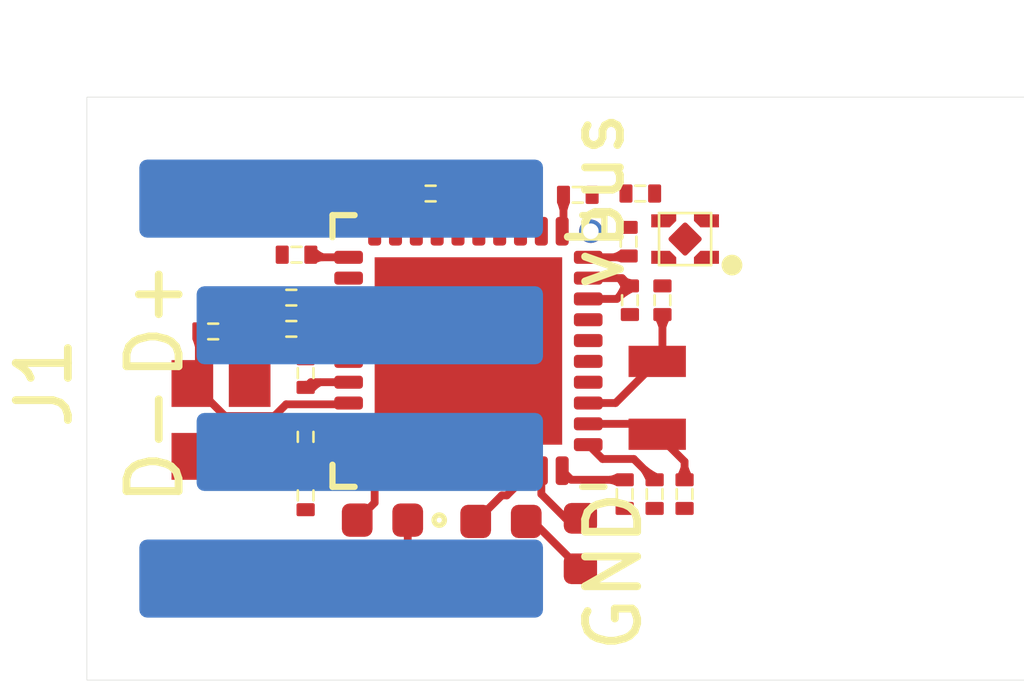
<source format=kicad_pcb>
(kicad_pcb (version 20240108) (generator "pcbnew") (generator_version "8.0")
  (layers (0 "F.Cu" signal) (1 "In1.Cu" signal) (2 "In2.Cu" signal) (31 "B.Cu" signal) (34 "B.Paste" user) (35 "F.Paste" user) (36 "B.SilkS" user "B.Silkscreen") (37 "F.SilkS" user "F.Silkscreen") (38 "B.Mask" user) (39 "F.Mask" user) (44 "Edge.Cuts" user))
  (net 0 "")
  (net 1 "GND")
  (net 2 "VDD_nRF")
  (net 3 "Net-(U1-P0.00{slash}XL1)")
  (net 4 "Net-(U1-P0.01{slash}XL2)")
  (net 5 "Net-(U1-DEC1)")
  (net 6 "VBUS")
  (net 7 "Net-(U1-DECUSB)")
  (net 8 "Net-(U1-DEC4)")
  (net 9 "Net-(U1-DEC5)")
  (net 10 "Net-(U1-ANT)")
  (net 11 "Net-(U1-XC2)")
  (net 12 "Net-(U1-XC1)")
  (net 13 "Net-(U1-DEC3)")
  (net 14 "Net-(D1-K)")
  (net 15 "BLUE_LED")
  (net 16 "D-")
  (net 17 "D+")
  (net 18 "Net-(L1-Pad1)")
  (net 19 "Net-(U1-DCC)")
  (net 21 "P0.31")
  (net 22 "swc")
  (net 24 "P0.20")
  (net 25 "swd")
  (net 27 "P0.30")
  (net 28 "RESET")
  (net 31 "DIR")
  (net 32 "P0.17")
  (net 33 "P0.28")
  (net 34 "P0.15")
  (net 35 "P0.29")
  (net 36 "ASOUT")
  (footprint "Library:TDFN-4" (layer "F.Cu") (at 178.485 84.726989)
    (property "Reference" "U2" (hide yes))
    (property "Value" "MIC5504")
    (fp_line (start -0.5 -0.5) (end 0.5 -0.5) (stroke (width 0.05)) (layer "F.SilkS"))
    (fp_line (start -0.499999 0.500001) (end -0.5 -0.5) (stroke (width 0.05)) (layer "F.SilkS"))
    (fp_line (start 0.5 -0.5) (end 0.5 0.5) (stroke (width 0.05)) (layer "F.SilkS"))
    (fp_line (start 0.5 0.5) (end -0.499999 0.500001) (stroke (width 0.05)) (layer "F.SilkS"))
    (fp_circle (center 0.9 0.499999) (end 1 0.5) (stroke (width 0.2)) (fill none) (layer "F.SilkS"))
    (pad "1" smd roundrect (at 0.41 0.349999 90) (size 0.249999 0.48) (layers "F.Cu" "F.Paste" "F.Mask") (roundrect_rratio 0) (chamfer_ratio 0.5) (chamfer top_right) (net 2 "VDD_nRF"))
    (pad "2" smd roundrect (at 0.41 -0.35 90) (size 0.25 0.48) (layers "F.Cu" "F.Paste" "F.Mask") (roundrect_rratio 0) (chamfer_ratio 0.5) (chamfer top_left) (net 1 "GND"))
    (pad "3" smd roundrect (at -0.41 -0.35 90) (size 0.25 0.48) (layers "F.Cu" "F.Paste" "F.Mask") (roundrect_rratio 0) (chamfer_ratio 0.5) (chamfer bottom_left) (net 6 "VBUS"))
    (pad "4" smd roundrect (at -0.41 0.35 90) (size 0.249999 0.48) (layers "F.Cu" "F.Paste" "F.Mask") (roundrect_rratio 0) (chamfer_ratio 0.5) (chamfer bottom_right) (net 6 "VBUS"))
    (pad "5" smd roundrect (at 0 0 135) (size 0.48 0.48) (layers "F.Cu" "F.Paste" "F.Mask") (roundrect_rratio 0.1058333333) (net 1 "GND"))
  )
  (footprint "Library:Capacitor-0201" (layer "F.Cu") (at 170.925 86.451989 180)
    (property "Reference" "C10" (hide yes))
    (property "Value" "47nF")
    (fp_line (start -0.095 0.15) (end 0.095 0.15) (stroke (width 0.05)) (layer "F.SilkS"))
    (fp_line (start -0.095 -0.15) (end 0.095 -0.15) (stroke (width 0.05)) (layer "F.SilkS"))
    (pad "1" smd roundrect (at -0.274999 0 270) (size 0.35 0.25) (layers "F.Cu" "F.Paste" "F.Mask") (roundrect_rratio 0.1312335958) (net 8 "Net-(U1-DEC4)"))
    (pad "2" smd roundrect (at 0.274999 0 270) (size 0.35 0.25) (layers "F.Cu" "F.Paste" "F.Mask") (roundrect_rratio 0.1312335958) (net 1 "GND"))
  )
  (footprint "LED_SMD:LED_0402_1005Metric" (layer "F.Cu") (at 172.675 90.126989 180)
    (property "Reference" "D1" (hide yes))
    (property "Value" "BLUE")
    (fp_circle (center -1.089999 0) (end -1.04 0) (stroke (width 0.1)) (fill none) (layer "F.SilkS"))
    (pad "1" smd roundrect (at -0.485 0 180) (size 0.59 0.64) (layers "F.Cu" "F.Paste" "F.Mask") (net 14 "Net-(D1-K)"))
    (pad "2" smd roundrect (at 0.485 0 180) (size 0.59 0.64) (layers "F.Cu" "F.Paste" "F.Mask") (net 15 "BLUE_LED"))
  )
  (footprint "Library:Capacitor-0201" (layer "F.Cu") (at 171.2 87.301989 -90)
    (property "Reference" "C17" (hide yes))
    (property "Value" "100pF")
    (fp_line (start -0.095 0.15) (end 0.095 0.15) (stroke (width 0.05)) (layer "F.SilkS"))
    (fp_line (start -0.095 -0.15) (end 0.095 -0.15) (stroke (width 0.05)) (layer "F.SilkS"))
    (pad "1" smd roundrect (at -0.274999 0) (size 0.35 0.25) (layers "F.Cu" "F.Paste" "F.Mask") (roundrect_rratio 0.1312335958) (net 1 "GND"))
    (pad "2" smd roundrect (at 0.274999 0) (size 0.35 0.25) (layers "F.Cu" "F.Paste" "F.Mask") (roundrect_rratio 0.1312335958) (net 13 "Net-(U1-DEC3)"))
  )
  (footprint "Library:Capacitor-0201" (layer "F.Cu") (at 177.624999 83.851989)
    (property "Reference" "C8" (hide yes))
    (property "Value" "1uF")
    (fp_line (start -0.095 -0.15) (end 0.095 -0.15) (stroke (width 0.05)) (layer "F.SilkS"))
    (fp_line (start -0.095 0.15) (end 0.095 0.15) (stroke (width 0.05)) (layer "F.SilkS"))
    (pad "1" smd roundrect (at -0.274999 0 90) (size 0.35 0.25) (layers "F.Cu" "F.Paste" "F.Mask") (roundrect_rratio 0.1312335958) (net 6 "VBUS"))
    (pad "2" smd roundrect (at 0.274999 0 90) (size 0.35 0.25) (layers "F.Cu" "F.Paste" "F.Mask") (roundrect_rratio 0.1312335958) (net 1 "GND"))
  )
  (footprint "Inductor_SMD:L_0402_1005Metric" (layer "F.Cu") (at 176.475 90.576989 90)
    (property "Reference" "L1" (hide yes))
    (property "Value" "10uH")
    (pad "1" smd roundrect (at -0.485 0 90) (size 0.59 0.64) (layers "F.Cu" "F.Paste" "F.Mask") (net 18 "Net-(L1-Pad1)"))
    (pad "2" smd roundrect (at 0.485 0 90) (size 0.59 0.64) (layers "F.Cu" "F.Paste" "F.Mask") (net 19 "Net-(U1-DCC)"))
  )
  (footprint "Library:Capacitor-0201" (layer "F.Cu") (at 171.2 89.651989 -90)
    (property "Reference" "C11" (hide yes))
    (property "Value" "100nF")
    (fp_line (start -0.095 0.15) (end 0.095 0.15) (stroke (width 0.05)) (layer "F.SilkS"))
    (fp_line (start -0.095 -0.15) (end 0.095 -0.15) (stroke (width 0.05)) (layer "F.SilkS"))
    (pad "1" smd roundrect (at -0.274999 0) (size 0.35 0.25) (layers "F.Cu" "F.Paste" "F.Mask") (roundrect_rratio 0.1312335958) (net 2 "VDD_nRF"))
    (pad "2" smd roundrect (at 0.274999 0) (size 0.35 0.25) (layers "F.Cu" "F.Paste" "F.Mask") (roundrect_rratio 0.1312335958) (net 1 "GND"))
  )
  (footprint "Library:Capacitor-0201" (layer "F.Cu") (at 169.425 86.501989 180)
    (property "Reference" "C16" (hide yes))
    (property "Value" "12pF")
    (fp_line (start -0.095 0.15) (end 0.095 0.15) (stroke (width 0.05)) (layer "F.SilkS"))
    (fp_line (start -0.095 -0.15) (end 0.095 -0.15) (stroke (width 0.05)) (layer "F.SilkS"))
    (pad "1" smd roundrect (at -0.274999 0 270) (size 0.35 0.25) (layers "F.Cu" "F.Paste" "F.Mask") (roundrect_rratio 0.1312335958) (net 1 "GND"))
    (pad "2" smd roundrect (at 0.274999 0 270) (size 0.35 0.25) (layers "F.Cu" "F.Paste" "F.Mask") (roundrect_rratio 0.1312335958) (net 12 "Net-(U1-XC1)"))
  )
  (footprint "Library:Capacitor-0201" (layer "F.Cu") (at 177.900001 89.626989 -90)
    (property "Reference" "C4" (hide yes))
    (property "Value" "100nF")
    (fp_line (start -0.095 0.15) (end 0.095 0.15) (stroke (width 0.05)) (layer "F.SilkS"))
    (fp_line (start -0.095 -0.15) (end 0.095 -0.15) (stroke (width 0.05)) (layer "F.SilkS"))
    (pad "1" smd roundrect (at -0.274999 0) (size 0.35 0.25) (layers "F.Cu" "F.Paste" "F.Mask") (roundrect_rratio 0.1312335958) (net 5 "Net-(U1-DEC1)"))
    (pad "2" smd roundrect (at 0.274999 0) (size 0.35 0.25) (layers "F.Cu" "F.Paste" "F.Mask") (roundrect_rratio 0.1312335958) (net 1 "GND"))
  )
  (footprint "Library:Capacitor-0201" (layer "F.Cu") (at 171.024999 85.026989)
    (property "Reference" "C12" (hide yes))
    (property "Value" "820pF")
    (fp_line (start -0.095 -0.15) (end 0.095 -0.15) (stroke (width 0.05)) (layer "F.SilkS"))
    (fp_line (start -0.095 0.15) (end 0.095 0.15) (stroke (width 0.05)) (layer "F.SilkS"))
    (pad "1" smd roundrect (at -0.274999 0 90) (size 0.35 0.25) (layers "F.Cu" "F.Paste" "F.Mask") (roundrect_rratio 0.1312335958) (net 1 "GND"))
    (pad "2" smd roundrect (at 0.274999 0 90) (size 0.35 0.25) (layers "F.Cu" "F.Paste" "F.Mask") (roundrect_rratio 0.1312335958) (net 9 "Net-(U1-DEC5)"))
  )
  (footprint "Library:Capacitor-0201" (layer "F.Cu") (at 177.325 89.626989 -90)
    (property "Reference" "C13" (hide yes))
    (property "Value" "1uF")
    (fp_line (start -0.095 0.15) (end 0.095 0.15) (stroke (width 0.05)) (layer "F.SilkS"))
    (fp_line (start -0.095 -0.15) (end 0.095 -0.15) (stroke (width 0.05)) (layer "F.SilkS"))
    (pad "1" smd roundrect (at -0.274999 0) (size 0.35 0.25) (layers "F.Cu" "F.Paste" "F.Mask") (roundrect_rratio 0.1312335958) (net 2 "VDD_nRF"))
    (pad "2" smd roundrect (at 0.274999 0) (size 0.35 0.25) (layers "F.Cu" "F.Paste" "F.Mask") (roundrect_rratio 0.1312335958) (net 1 "GND"))
  )
  (footprint "Library:USB_Intergrated" (layer "F.Cu") (at 175.757142 87.6 90)
    (property "Reference" "J1" (at 0.111725 -9.576896 90) (layer "F.SilkS"))
    (property "Value" "USB_A")
    (fp_text user "D-" (at -1.087586 -7.451035 90) (layer "F.SilkS"))
    (fp_text user "D+" (at 1.311035 -7.451035 90) (layer "F.SilkS"))
    (fp_text user "GND" (at -3.511724 1.352413 90) (layer "F.SilkS"))
    (fp_text user "vbus" (at 3.607587 1.020689 90) (layer "F.SilkS"))
    (pad "1" smd roundrect (at 3.650001 -3.875 270) (size 1.5 7.75) (layers "B.Cu" "B.Paste" "B.Mask") (roundrect_rratio 0.1) (net 6 "VBUS"))
    (pad "2" smd roundrect (at 1.217 -3.325 270) (size 1.5 6.65) (layers "B.Cu" "B.Paste" "B.Mask") (roundrect_rratio 0.1) (net 16 "D-"))
    (pad "3" smd roundrect (at -1.217 -3.325 270) (size 1.5 6.65) (layers "B.Cu" "B.Paste" "B.Mask") (roundrect_rratio 0.1) (net 17 "D+"))
    (pad "4" smd roundrect (at -3.65 -3.875 270) (size 1.5 7.75) (layers "B.Cu" "B.Paste" "B.Mask") (roundrect_rratio 0.1) (net 1 "GND"))
  )
  (footprint "Library:Crystal_SMD_2016-4Pin_2.0x1.6mm" (layer "F.Cu") (at 169.575 88.201989 -90)
    (property "Reference" "X2" (hide yes))
    (property "Value" "32MHZ")
    (pad "1" smd rect (at -0.7 0.55 270) (size 0.9 0.8) (layers "F.Cu" "F.Paste" "F.Mask") (net 12 "Net-(U1-XC1)"))
    (pad "2" smd rect (at 0.7 0.55 270) (size 0.9 0.8) (layers "F.Cu" "F.Paste" "F.Mask") (net 1 "GND"))
    (pad "3" smd rect (at 0.7 -0.55 270) (size 0.9 0.8) (layers "F.Cu" "F.Paste" "F.Mask") (net 11 "Net-(U1-XC2)"))
    (pad "4" smd rect (at -0.7 -0.55 270) (size 0.9 0.8) (layers "F.Cu" "F.Paste" "F.Mask") (net 1 "GND"))
  )
  (footprint "Library:Capacitor-0201" (layer "F.Cu") (at 177.425 85.901989 -90)
    (property "Reference" "C6" (hide yes))
    (property "Value" "1uF")
    (fp_line (start -0.095 0.15) (end 0.095 0.15) (stroke (width 0.05)) (layer "F.SilkS"))
    (fp_line (start -0.095 -0.15) (end 0.095 -0.15) (stroke (width 0.05)) (layer "F.SilkS"))
    (pad "1" smd roundrect (at -0.274999 0) (size 0.35 0.25) (layers "F.Cu" "F.Paste" "F.Mask") (roundrect_rratio 0.1312335958) (net 2 "VDD_nRF"))
    (pad "2" smd roundrect (at 0.274999 0) (size 0.35 0.25) (layers "F.Cu" "F.Paste" "F.Mask") (roundrect_rratio 0.1312335958) (net 1 "GND"))
  )
  (footprint "Library:Capacitor-0201" (layer "F.Cu") (at 170.924999 85.851989 180)
    (property "Reference" "C9" (hide yes))
    (property "Value" "1uF")
    (fp_line (start -0.095 0.15) (end 0.095 0.15) (stroke (width 0.05)) (layer "F.SilkS"))
    (fp_line (start -0.095 -0.15) (end 0.095 -0.15) (stroke (width 0.05)) (layer "F.SilkS"))
    (pad "1" smd roundrect (at -0.274999 0 270) (size 0.35 0.25) (layers "F.Cu" "F.Paste" "F.Mask") (roundrect_rratio 0.1312335958) (net 8 "Net-(U1-DEC4)"))
    (pad "2" smd roundrect (at 0.274999 0 270) (size 0.35 0.25) (layers "F.Cu" "F.Paste" "F.Mask") (roundrect_rratio 0.1312335958) (net 1 "GND"))
  )
  (footprint "Library:Resistor_0402_1005M-nosilk" (layer "F.Cu") (at 172.675 91.201989)
    (property "Reference" "R1" (hide yes))
    (property "Value" "1.5k")
    (pad "1" smd roundrect (at -0.509999 0) (size 0.54 0.64) (layers "F.Cu" "F.Paste" "F.Mask") (net 1 "GND"))
    (pad "2" smd roundrect (at 0.509999 0) (size 0.54 0.64) (layers "F.Cu" "F.Paste" "F.Mask") (net 14 "Net-(D1-K)"))
  )
  (footprint "Library:Capacitor-0201" (layer "F.Cu") (at 173.6 83.851989 180)
    (property "Reference" "C1" (hide yes))
    (property "Value" "4.7uF")
    (fp_line (start -0.095 0.15) (end 0.095 0.15) (stroke (width 0.05)) (layer "F.SilkS"))
    (fp_line (start -0.095 -0.15) (end 0.095 -0.15) (stroke (width 0.05)) (layer "F.SilkS"))
    (pad "1" smd roundrect (at -0.274999 0 270) (size 0.35 0.25) (layers "F.Cu" "F.Paste" "F.Mask") (roundrect_rratio 0.1312335958) (net 1 "GND"))
    (pad "2" smd roundrect (at 0.274999 0 270) (size 0.35 0.25) (layers "F.Cu" "F.Paste" "F.Mask") (roundrect_rratio 0.1312335958) (net 2 "VDD_nRF"))
  )
  (footprint "Library:Capacitor-0201" (layer "F.Cu") (at 171.2 88.526989 90)
    (property "Reference" "C15" (hide yes))
    (property "Value" "12pF")
    (fp_line (start -0.095 -0.15) (end 0.095 -0.15) (stroke (width 0.05)) (layer "F.SilkS"))
    (fp_line (start -0.095 0.15) (end 0.095 0.15) (stroke (width 0.05)) (layer "F.SilkS"))
    (pad "1" smd roundrect (at -0.274999 0 180) (size 0.35 0.25) (layers "F.Cu" "F.Paste" "F.Mask") (roundrect_rratio 0.1312335958) (net 1 "GND"))
    (pad "2" smd roundrect (at 0.274999 0 180) (size 0.35 0.25) (layers "F.Cu" "F.Paste" "F.Mask") (roundrect_rratio 0.1312335958) (net 11 "Net-(U1-XC2)"))
  )
  (footprint "Library:Capacitor-0201" (layer "F.Cu") (at 178.475 89.626989 -90)
    (property "Reference" "C2" (hide yes))
    (property "Value" "12pF")
    (fp_line (start -0.095 0.15) (end 0.095 0.15) (stroke (width 0.05)) (layer "F.SilkS"))
    (fp_line (start -0.095 -0.15) (end 0.095 -0.15) (stroke (width 0.05)) (layer "F.SilkS"))
    (pad "1" smd roundrect (at -0.274999 0) (size 0.35 0.25) (layers "F.Cu" "F.Paste" "F.Mask") (roundrect_rratio 0.1312335958) (net 3 "Net-(U1-P0.00{slash}XL1)"))
    (pad "2" smd roundrect (at 0.274999 0) (size 0.35 0.25) (layers "F.Cu" "F.Paste" "F.Mask") (roundrect_rratio 0.1312335958) (net 1 "GND"))
  )
  (footprint "Library:Capacitor-0201" (layer "F.Cu") (at 178.05 85.901989 90)
    (property "Reference" "C3" (hide yes))
    (property "Value" "12pF")
    (fp_line (start -0.095 -0.15) (end 0.095 -0.15) (stroke (width 0.05)) (layer "F.SilkS"))
    (fp_line (start -0.095 0.15) (end 0.095 0.15) (stroke (width 0.05)) (layer "F.SilkS"))
    (pad "1" smd roundrect (at -0.274999 0 180) (size 0.35 0.25) (layers "F.Cu" "F.Paste" "F.Mask") (roundrect_rratio 0.1312335958) (net 4 "Net-(U1-P0.01{slash}XL2)"))
    (pad "2" smd roundrect (at 0.274999 0 180) (size 0.35 0.25) (layers "F.Cu" "F.Paste" "F.Mask") (roundrect_rratio 0.1312335958) (net 1 "GND"))
  )
  (footprint "Library:Capacitor-0201" (layer "F.Cu") (at 176.424999 83.87699 180)
    (property "Reference" "C7" (hide yes))
    (property "Value" "4.7uF")
    (fp_line (start -0.095 0.15) (end 0.095 0.15) (stroke (width 0.05)) (layer "F.SilkS"))
    (fp_line (start -0.095 -0.15) (end 0.095 -0.15) (stroke (width 0.05)) (layer "F.SilkS"))
    (pad "1" smd roundrect (at -0.274999 0 270) (size 0.35 0.25) (layers "F.Cu" "F.Paste" "F.Mask") (roundrect_rratio 0.1312335958) (net 1 "GND"))
    (pad "2" smd roundrect (at 0.274999 0 270) (size 0.35 0.25) (layers "F.Cu" "F.Paste" "F.Mask") (roundrect_rratio 0.1312335958) (net 7 "Net-(U1-DECUSB)"))
  )
  (footprint "Library:Capacitor-0201" (layer "F.Cu") (at 177.4 84.776989 90)
    (property "Reference" "C5" (hide yes))
    (property "Value" "4.7uF")
    (fp_line (start -0.095 -0.15) (end 0.095 -0.15) (stroke (width 0.05)) (layer "F.SilkS"))
    (fp_line (start -0.095 0.15) (end 0.095 0.15) (stroke (width 0.05)) (layer "F.SilkS"))
    (pad "1" smd roundrect (at -0.274999 0 180) (size 0.35 0.25) (layers "F.Cu" "F.Paste" "F.Mask") (roundrect_rratio 0.1312335958) (net 6 "VBUS"))
    (pad "2" smd roundrect (at 0.274999 0 180) (size 0.35 0.25) (layers "F.Cu" "F.Paste" "F.Mask") (roundrect_rratio 0.1312335958) (net 1 "GND"))
  )
  (footprint "Library:Crystal_SMD_2012-2Pin_2.0x1.2mm" (layer "F.Cu") (at 177.95 87.77699 90)
    (property "Reference" "X1" (hide yes))
    (property "Value" "32.768 kHz")
    (pad "1" smd rect (at -0.7 0 90) (size 0.6 1.1) (layers "F.Cu" "F.Paste" "F.Mask") (net 3 "Net-(U1-P0.00{slash}XL1)"))
    (pad "2" smd rect (at 0.7 0 90) (size 0.6 1.1) (layers "F.Cu" "F.Paste" "F.Mask") (net 4 "Net-(U1-P0.01{slash}XL2)"))
  )
  (footprint "Library:QFN-40-1EP_5x5mm_P0.4mm_EP3.6x3.6mm" (layer "F.Cu") (at 174.324999 86.876989 180)
    (property "Reference" "U1" (hide yes))
    (property "Value" "nrf52833_qfn40")
    (fp_line (start 2.61 2.61) (end 2.61 2.185) (stroke (width 0.12)) (layer "F.SilkS"))
    (fp_line (start 2.61 -2.61) (end 2.61 -2.185) (stroke (width 0.12)) (layer "F.SilkS"))
    (fp_line (start 2.185 2.61) (end 2.61 2.61) (stroke (width 0.12)) (layer "F.SilkS"))
    (fp_line (start 2.185 -2.61) (end 2.61 -2.61) (stroke (width 0.12)) (layer "F.SilkS"))
    (fp_line (start -2.185 2.61) (end -2.61 2.61) (stroke (width 0.12)) (layer "F.SilkS"))
    (fp_line (start -2.185 -2.61) (end -2.61 -2.61) (stroke (width 0.12)) (layer "F.SilkS"))
    (fp_line (start -2.61 2.61) (end -2.61 2.185) (stroke (width 0.12)) (layer "F.SilkS"))
    (pad "1" smd roundrect (at -2.3 -1.8 180) (size 0.55 0.25) (layers "F.Cu" "F.Paste" "F.Mask") (net 5 "Net-(U1-DEC1)"))
    (pad "2" smd roundrect (at -2.3 -1.4 180) (size 0.55 0.25) (layers "F.Cu" "F.Paste" "F.Mask") (net 3 "Net-(U1-P0.00{slash}XL1)"))
    (pad "3" smd roundrect (at -2.3 -1 180) (size 0.55 0.25) (layers "F.Cu" "F.Paste" "F.Mask") (net 4 "Net-(U1-P0.01{slash}XL2)"))
    (pad "4" smd roundrect (at -2.300001 -0.6 180) (size 0.55 0.25) (layers "F.Cu" "F.Paste" "F.Mask"))
    (pad "5" smd roundrect (at -2.3 -0.2 180) (size 0.55 0.25) (layers "F.Cu" "F.Paste" "F.Mask"))
    (pad "6" smd roundrect (at -2.3 0.2 180) (size 0.55 0.25) (layers "F.Cu" "F.Paste" "F.Mask") (net 31 "DIR"))
    (pad "7" smd roundrect (at -2.300001 0.6 180) (size 0.55 0.25) (layers "F.Cu" "F.Paste" "F.Mask") (net 36 "ASOUT"))
    (pad "8" smd roundrect (at -2.3 1 180) (size 0.55 0.25) (layers "F.Cu" "F.Paste" "F.Mask") (net 2 "VDD_nRF"))
    (pad "9" smd roundrect (at -2.3 1.4 180) (size 0.55 0.25) (layers "F.Cu" "F.Paste" "F.Mask") (net 2 "VDD_nRF"))
    (pad "10" smd roundrect (at -2.3 1.8 180) (size 0.55 0.25) (layers "F.Cu" "F.Paste" "F.Mask") (net 6 "VBUS"))
    (pad "11" smd roundrect (at -1.8 2.3 180) (size 0.25 0.55) (layers "F.Cu" "F.Paste" "F.Mask") (net 7 "Net-(U1-DECUSB)"))
    (pad "12" smd roundrect (at -1.4 2.3 180) (size 0.25 0.55) (layers "F.Cu" "F.Paste" "F.Mask") (net 16 "D-"))
    (pad "13" smd roundrect (at -1 2.3 180) (size 0.25 0.55) (layers "F.Cu" "F.Paste" "F.Mask") (net 17 "D+"))
    (pad "14" smd roundrect (at -0.6 2.300001 180) (size 0.25 0.55) (layers "F.Cu" "F.Paste" "F.Mask") (net 34 "P0.15"))
    (pad "15" smd roundrect (at -0.2 2.3 180) (size 0.25 0.55) (layers "F.Cu" "F.Paste" "F.Mask") (net 32 "P0.17"))
    (pad "16" smd roundrect (at 0.2 2.3 180) (size 0.25 0.55) (layers "F.Cu" "F.Paste" "F.Mask") (net 28 "RESET"))
    (pad "17" smd roundrect (at 0.6 2.300001 180) (size 0.25 0.55) (layers "F.Cu" "F.Paste" "F.Mask") (net 24 "P0.20"))
    (pad "18" smd roundrect (at 1 2.3 180) (size 0.25 0.55) (layers "F.Cu" "F.Paste" "F.Mask") (net 2 "VDD_nRF"))
    (pad "19" smd roundrect (at 1.4 2.3 180) (size 0.25 0.55) (layers "F.Cu" "F.Paste" "F.Mask") (net 25 "swd"))
    (pad "20" smd roundrect (at 1.8 2.3 180) (size 0.25 0.55) (layers "F.Cu" "F.Paste" "F.Mask") (net 22 "swc"))
    (pad "21" smd roundrect (at 2.3 1.8 180) (size 0.55 0.25) (layers "F.Cu" "F.Paste" "F.Mask") (net 9 "Net-(U1-DEC5)"))
    (pad "22" smd roundrect (at 2.3 1.4 180) (size 0.55 0.25) (layers "F.Cu" "F.Paste" "F.Mask"))
    (pad "23" smd roundrect (at 2.3 1 180) (size 0.55 0.25) (layers "F.Cu" "F.Paste" "F.Mask"))
    (pad "24" smd roundrect (at 2.300001 0.6 180) (size 0.55 0.25) (layers "F.Cu" "F.Paste" "F.Mask") (net 10 "Net-(U1-ANT)"))
    (pad "25" smd roundrect (at 2.3 0.2 180) (size 0.55 0.25) (layers "F.Cu" "F.Paste" "F.Mask") (net 1 "GND"))
    (pad "26" smd roundrect (at 2.3 -0.2 180) (size 0.55 0.25) (layers "F.Cu" "F.Paste" "F.Mask") (net 8 "Net-(U1-DEC4)"))
    (pad "27" smd roundrect (at 2.300001 -0.6 180) (size 0.55 0.25) (layers "F.Cu" "F.Paste" "F.Mask") (net 13 "Net-(U1-DEC3)"))
    (pad "28" smd roundrect (at 2.3 -1 180) (size 0.55 0.25) (layers "F.Cu" "F.Paste" "F.Mask") (net 12 "Net-(U1-XC1)"))
    (pad "29" smd roundrect (at 2.3 -1.4 180) (size 0.55 0.25) (layers "F.Cu" "F.Paste" "F.Mask") (net 11 "Net-(U1-XC2)"))
    (pad "30" smd roundrect (at 2.3 -1.8 180) (size 0.55 0.25) (layers "F.Cu" "F.Paste" "F.Mask") (net 2 "VDD_nRF"))
    (pad "31" smd roundrect (at 1.8 -2.3 180) (size 0.25 0.55) (layers "F.Cu" "F.Paste" "F.Mask") (net 15 "BLUE_LED"))
    (pad "32" smd roundrect (at 1.4 -2.3 180) (size 0.25 0.55) (layers "F.Cu" "F.Paste" "F.Mask"))
    (pad "33" smd roundrect (at 1 -2.3 180) (size 0.25 0.55) (layers "F.Cu" "F.Paste" "F.Mask") (net 33 "P0.28"))
    (pad "34" smd roundrect (at 0.6 -2.300001 180) (size 0.25 0.55) (layers "F.Cu" "F.Paste" "F.Mask") (net 35 "P0.29"))
    (pad "35" smd roundrect (at 0.2 -2.3 180) (size 0.25 0.55) (layers "F.Cu" "F.Paste" "F.Mask") (net 27 "P0.30"))
    (pad "36" smd roundrect (at -0.2 -2.3 180) (size 0.25 0.55) (layers "F.Cu" "F.Paste" "F.Mask") (net 21 "P0.31"))
    (pad "37" smd roundrect (at -0.6 -2.300001 180) (size 0.25 0.55) (layers "F.Cu" "F.Paste" "F.Mask") (net 1 "GND"))
    (pad "38" smd roundrect (at -1 -2.3 180) (size 0.25 0.55) (layers "F.Cu" "F.Paste" "F.Mask") (net 8 "Net-(U1-DEC4)"))
    (pad "39" smd roundrect (at -1.4 -2.3 180) (size 0.25 0.55) (layers "F.Cu" "F.Paste" "F.Mask") (net 19 "Net-(U1-DCC)"))
    (pad "40" smd roundrect (at -1.8 -2.3 180) (size 0.25 0.55) (layers "F.Cu" "F.Paste" "F.Mask") (net 2 "VDD_nRF"))
    (pad "41" smd rect (at 0 0 180) (size 3.6 3.6) (layers "F.Cu" "F.Mask") (net 1 "GND"))
  )
  (footprint "Inductor_SMD:L_0402_1005Metric" (layer "F.Cu") (at 174.950001 90.151989)
    (property "Reference" "L2" (hide yes))
    (property "Value" "15nH")
    (pad "1" smd roundrect (at -0.485 0) (size 0.59 0.64) (layers "F.Cu" "F.Paste" "F.Mask") (net 8 "Net-(U1-DEC4)"))
    (pad "2" smd roundrect (at 0.485 0) (size 0.59 0.64) (layers "F.Cu" "F.Paste" "F.Mask") (net 18 "Net-(L1-Pad1)"))
  )
  (gr_rect (start 167 82) (end 185 93.2) (stroke (width 0.01)) (fill none) (layer "Edge.Cuts"))
  (via (at 176.675 84.576989) (size 0.45) (drill 0.3) (layers "F.Cu" "B.Cu") (net 1))
  (segment (start 177.325 89.35199) (end 176.300001 89.35199) (width 0.15) (layer "F.Cu") (net 2))
  (segment (start 177.175001 85.876989) (end 177.425 85.62699) (width 0.15) (layer "F.Cu") (net 2))
  (segment (start 172.025 88.901989) (end 171.549999 89.37699) (width 0.15) (layer "F.Cu") (net 2))
  (segment (start 176.300001 89.35199) (end 176.125 89.176989) (width 0.15) (layer "F.Cu") (net 2))
  (segment (start 176.625 85.476988) (end 177.274999 85.476989) (width 0.15) (layer "F.Cu") (net 2))
  (segment (start 173.325001 84.576987) (end 173.324999 84.576989) (width 0.15) (layer "F.Cu") (net 2))
  (segment (start 172.025 88.676989) (end 172.025 88.901989) (width 0.15) (layer "F.Cu") (net 2))
  (segment (start 171.549999 89.37699) (end 171.2 89.37699) (width 0.15) (layer "F.Cu") (net 2))
  (segment (start 176.625 85.876989) (end 177.175001 85.876989) (width 0.15) (layer "F.Cu") (net 2))
  (segment (start 173.325001 83.851989) (end 173.325001 84.576987) (width 0.15) (layer "F.Cu") (net 2))
  (segment (start 177.274999 85.476989) (end 177.425 85.62699) (width 0.15) (layer "F.Cu") (net 2))
  (segment (start 178.475 89.001989) (end 178.475 89.351989) (width 0.15) (layer "F.Cu") (net 3))
  (segment (start 177.750001 88.276989) (end 177.95 88.476989) (width 0.15) (layer "F.Cu") (net 3))
  (segment (start 177.95 88.476989) (end 178.475 89.001989) (width 0.15) (layer "F.Cu") (net 3))
  (segment (start 176.625 88.276988) (end 177.750001 88.276989) (width 0.15) (layer "F.Cu") (net 3))
  (segment (start 177.15 87.876989) (end 176.625 87.876989) (width 0.15) (layer "F.Cu") (net 4))
  (segment (start 178.05 86.976989) (end 177.95 87.076989) (width 0.15) (layer "F.Cu") (net 4))
  (segment (start 178.05 86.176988) (end 178.05 86.976989) (width 0.15) (layer "F.Cu") (net 4))
  (segment (start 177.95 87.076989) (end 177.15 87.876989) (width 0.15) (layer "F.Cu") (net 4))
  (segment (start 176.9 88.951989) (end 176.625 88.676989) (width 0.15) (layer "F.Cu") (net 5))
  (segment (start 177.9 89.35199) (end 177.5 88.951989) (width 0.15) (layer "F.Cu") (net 5))
  (segment (start 177.5 88.951989) (end 176.9 88.951989) (width 0.15) (layer "F.Cu") (net 5))
  (segment (start 176.625 85.076989) (end 177.374999 85.076989) (width 0.15) (layer "F.Cu") (net 6))
  (segment (start 177.374999 85.076989) (end 177.4 85.051988) (width 0.15) (layer "F.Cu") (net 6))
  (segment (start 176.15 84.551989) (end 176.125 84.576989) (width 0.15) (layer "F.Cu") (net 7))
  (segment (start 176.15 83.876989) (end 176.15 84.551989) (width 0.15) (layer "F.Cu") (net 7))
  (segment (start 175.062608 89.651989) (end 174.965 89.651989) (width 0.15) (layer "F.Cu") (net 8))
  (segment (start 171.199999 86.464596) (end 171.812392 87.076989) (width 0.15) (layer "F.Cu") (net 8))
  (segment (start 171.199999 86.45199) (end 171.199999 86.464596) (width 0.15) (layer "F.Cu") (net 8))
  (segment (start 175.325 89.176989) (end 175.325 89.389597) (width 0.15) (layer "F.Cu") (net 8))
  (segment (start 175.325 89.389597) (end 175.062608 89.651989) (width 0.15) (layer "F.Cu") (net 8))
  (segment (start 171.812392 87.076989) (end 172.025 87.076989) (width 0.15) (layer "F.Cu") (net 8))
  (segment (start 171.199998 85.851989) (end 171.199999 86.45199) (width 0.15) (layer "F.Cu") (net 8))
  (segment (start 174.965 89.651989) (end 174.465 90.151989) (width 0.15) (layer "F.Cu") (net 8))
  (segment (start 172.025 85.076989) (end 171.349998 85.076989) (width 0.15) (layer "F.Cu") (net 9))
  (segment (start 171.349998 85.076989) (end 171.299998 85.026988) (width 0.15) (layer "F.Cu") (net 9))
  (segment (start 170.550001 88.901989) (end 170.125 88.901989) (width 0.15) (layer "F.Cu") (net 11))
  (segment (start 171.224999 88.276989) (end 171.2 88.25199) (width 0.15) (layer "F.Cu") (net 11))
  (segment (start 172.025 88.276989) (end 171.224999 88.276989) (width 0.15) (layer "F.Cu") (net 11))
  (segment (start 171.2 88.25199) (end 170.550001 88.901989) (width 0.15) (layer "F.Cu") (net 11))
  (segment (start 169.150001 87.376988) (end 169.150001 86.501988) (width 0.15) (layer "F.Cu") (net 12))
  (segment (start 172.000001 87.901989) (end 170.825 87.901989) (width 0.15) (layer "F.Cu") (net 12))
  (segment (start 170.6 88.126989) (end 169.65 88.126989) (width 0.15) (layer "F.Cu") (net 12))
  (segment (start 169.65 88.126989) (end 169.025 87.501989) (width 0.15) (layer "F.Cu") (net 12))
  (segment (start 169.025 87.501989) (end 169.150001 87.376988) (width 0.15) (layer "F.Cu") (net 12))
  (segment (start 170.825 87.901989) (end 170.6 88.126989) (width 0.15) (layer "F.Cu") (net 12))
  (segment (start 172.025 87.876989) (end 172.000001 87.901989) (width 0.15) (layer "F.Cu") (net 12))
  (segment (start 171.2 87.576988) (end 171.299999 87.476989) (width 0.15) (layer "F.Cu") (net 13))
  (segment (start 171.299999 87.476989) (end 172.025 87.476989) (width 0.15) (layer "F.Cu") (net 13))
  (segment (start 173.16 90.126989) (end 173.16 91.17699) (width 0.15) (layer "F.Cu") (net 14))
  (segment (start 173.16 91.17699) (end 173.184999 91.201989) (width 0.15) (layer "F.Cu") (net 14))
  (segment (start 172.525 89.176989) (end 172.525 89.791989) (width 0.15) (layer "F.Cu") (net 15))
  (segment (start 172.525 89.791989) (end 172.189999 90.126989) (width 0.15) (layer "F.Cu") (net 15))
  (segment (start 175.435 90.15199) (end 175.565 90.151989) (width 0.15) (layer "F.Cu") (net 18))
  (segment (start 175.565 90.151989) (end 176.475 91.061989) (width 0.15) (layer "F.Cu") (net 18))
  (segment (start 176.475 90.091989) (end 176.19 90.091989) (width 0.15) (layer "F.Cu") (net 19))
  (segment (start 176.19 90.091989) (end 175.724999 89.626989) (width 0.15) (layer "F.Cu") (net 19))
  (segment (start 175.724999 89.626989) (end 175.724999 89.176989) (width 0.15) (layer "F.Cu") (net 19))
)
</source>
